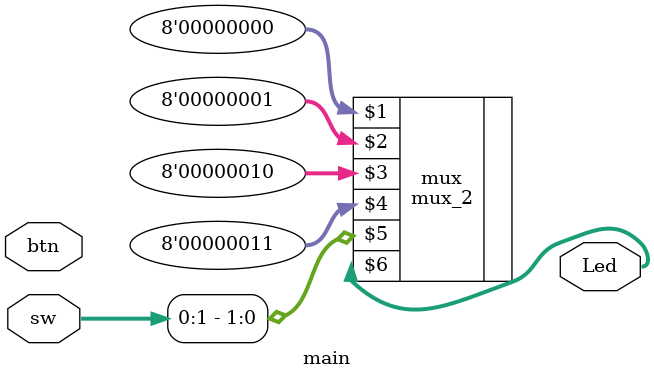
<source format=v>
`timescale 1ns / 1ps
module main(
	input [0:7] sw,
	input [0:4] btn,
	output wire [0:7] Led
    );

mux_2 mux(8'b0000_0000, 8'b0000_0001, 8'b0000_0010, 8'b0000_0011, sw[0:1], Led);

endmodule

</source>
